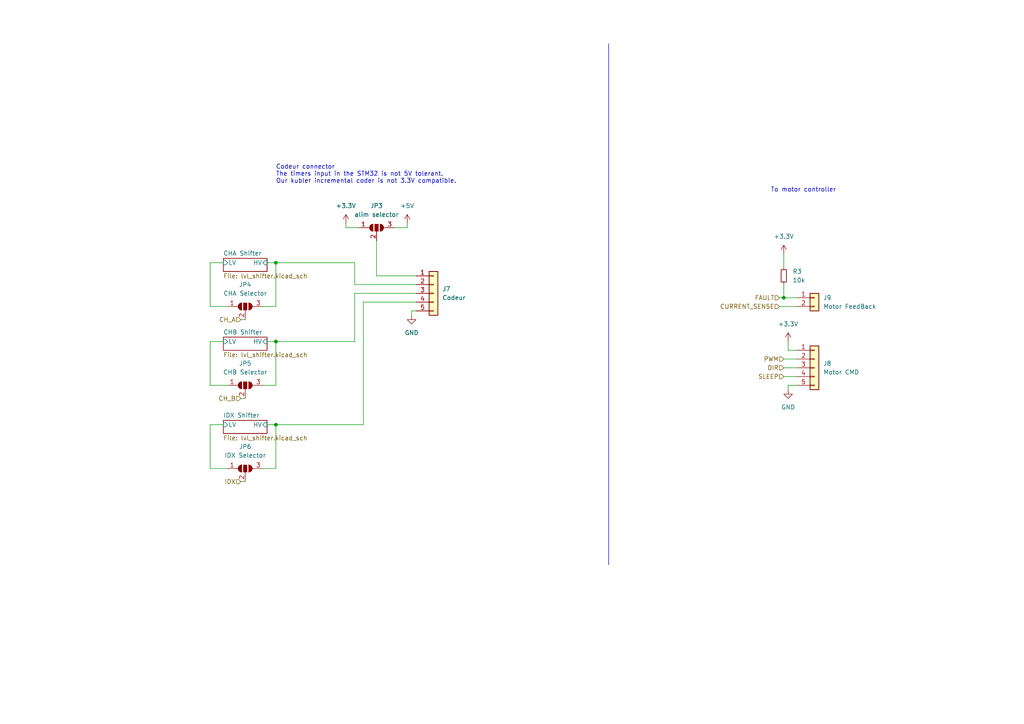
<source format=kicad_sch>
(kicad_sch (version 20230121) (generator eeschema)
  (paper "A4")
  (lib_symbols
    (symbol "Connector_Generic:Conn_01x02" (pin_names (offset 1.016) hide)
      (property "Reference" "J" (at 0 2.54 0))
      (property "Value" "Conn_01x02" (at 0 -5.08 0))
      (symbol "Conn_01x02_1_1"
        (rectangle (start -1.27 -2.413) (end 0 -2.667) (stroke (width 0.1524)))
        (rectangle (start -1.27 0.127) (end 0 -0.127) (stroke (width 0.1524)))
        (rectangle (start -1.27 1.27) (end 1.27 -3.81) (stroke (width 0.254)) (fill (type background)))
        (pin passive line (at -5.08 0 0) (length 3.81) (name "Pin_1") (number "1"))
        (pin passive line (at -5.08 -2.54 0) (length 3.81) (name "Pin_2") (number "2"))
      )
    )
    (symbol "Connector_Generic:Conn_01x05" (pin_names (offset 1.016) hide)
      (property "Reference" "J" (at 0 7.62 0))
      (property "Value" "Conn_01x05" (at 0 -7.62 0))
      (symbol "Conn_01x05_1_1"
        (rectangle (start -1.27 -4.953) (end 0 -5.207) (stroke (width 0.1524)))
        (rectangle (start -1.27 -2.413) (end 0 -2.667) (stroke (width 0.1524)))
        (rectangle (start -1.27 0.127) (end 0 -0.127) (stroke (width 0.1524)))
        (rectangle (start -1.27 2.667) (end 0 2.413) (stroke (width 0.1524)))
        (rectangle (start -1.27 5.207) (end 0 4.953) (stroke (width 0.1524)))
        (rectangle (start -1.27 6.35) (end 1.27 -6.35) (stroke (width 0.254)) (fill (type background)))
        (pin passive line (at -5.08 5.08 0) (length 3.81) (name "Pin_1") (number "1"))
        (pin passive line (at -5.08 2.54 0) (length 3.81) (name "Pin_2") (number "2"))
        (pin passive line (at -5.08 0 0) (length 3.81) (name "Pin_3") (number "3"))
        (pin passive line (at -5.08 -2.54 0) (length 3.81) (name "Pin_4") (number "4"))
        (pin passive line (at -5.08 -5.08 0) (length 3.81) (name "Pin_5") (number "5"))
      )
    )
    (symbol "Device:R_Small" (pin_numbers hide) (pin_names (offset 0.254) hide)
      (property "Reference" "R" (at 0.762 0.508 0))
      (property "Value" "R_Small" (at 0.762 -1.016 0))
      (symbol "R_Small_0_1"
        (rectangle (start -0.762 1.778) (end 0.762 -1.778) (stroke (width 0.2032)))
      )
      (symbol "R_Small_1_1"
        (pin passive line (at 0 2.54 270) (length 0.762) (name "~") (number "1"))
        (pin passive line (at 0 -2.54 90) (length 0.762) (name "~") (number "2"))
      )
    )
    (symbol "Jumper:SolderJumper_3_Open" (pin_names (offset 0) hide)
      (property "Reference" "JP" (at -2.54 -2.54 0))
      (property "Value" "SolderJumper_3_Open" (at 0 2.794 0))
      (symbol "SolderJumper_3_Open_0_1"
        (arc (start -1.016 1.016) (mid -2.0276 0) (end -1.016 -1.016))
        (arc (start -1.016 1.016) (mid -2.0276 0) (end -1.016 -1.016) (fill (type outline)))
        (rectangle (start -0.508 1.016) (end 0.508 -1.016) (fill (type outline)))
        (polyline (pts (xy -2.54 0) (xy -2.032 0)))
        (polyline (pts (xy -1.016 1.016) (xy -1.016 -1.016)))
        (polyline (pts (xy 0 -1.27) (xy 0 -1.016)))
        (polyline (pts (xy 1.016 1.016) (xy 1.016 -1.016)))
        (polyline (pts (xy 2.54 0) (xy 2.032 0)))
        (arc (start 1.016 -1.016) (mid 2.0276 0) (end 1.016 1.016))
        (arc (start 1.016 -1.016) (mid 2.0276 0) (end 1.016 1.016) (fill (type outline)))
      )
      (symbol "SolderJumper_3_Open_1_1"
        (pin passive line (at -5.08 0 0) (length 2.54) (name "A") (number "1"))
        (pin passive line (at 0 -3.81 90) (length 2.54) (name "C") (number "2"))
        (pin passive line (at 5.08 0 180) (length 2.54) (name "B") (number "3"))
      )
    )
    (symbol "power:+3.3V" (power) (pin_names (offset 0))
      (property "Value" "+3.3V" (at 0 3.556 0))
      (symbol "+3.3V_0_1"
        (polyline (pts (xy -0.762 1.27) (xy 0 2.54)))
        (polyline (pts (xy 0 0) (xy 0 2.54)))
        (polyline (pts (xy 0 2.54) (xy 0.762 1.27)))
      )
      (symbol "+3.3V_1_1"
        (pin power_in line (at 0 0 90) (length 0) hide (name "+3.3V") (number "1"))
      )
    )
    (symbol "power:+5V" (power) (pin_names (offset 0))
      (property "Value" "+5V" (at 0 3.556 0))
      (symbol "+5V_0_1"
        (polyline (pts (xy -0.762 1.27) (xy 0 2.54)))
        (polyline (pts (xy 0 0) (xy 0 2.54)))
        (polyline (pts (xy 0 2.54) (xy 0.762 1.27)))
      )
      (symbol "+5V_1_1"
        (pin power_in line (at 0 0 90) (length 0) hide (name "+5V") (number "1"))
      )
    )
    (symbol "power:GND" (power) (pin_names (offset 0))
      (property "Value" "GND" (at 0 -3.81 0))
      (symbol "GND_0_1"
        (polyline (pts (xy 0 0) (xy 0 -1.27) (xy 1.27 -1.27) (xy 0 -2.54) (xy -1.27 -1.27) (xy 0 -1.27)))
      )
      (symbol "GND_1_1"
        (pin power_in line (at 0 0 270) (length 0) hide (name "GND") (number "1"))
      )
    )
  )
  (junction (at 80.01 76.2))
  (junction (at 80.01 123.19))
  (junction (at 80.01 99.06))
  (junction (at 227.33 86.36))
  (wire (pts (xy 80.01 135.89) (xy 80.01 123.19)))
  (wire (pts (xy 60.96 76.2) (xy 60.96 88.9)))
  (wire (pts (xy 109.22 69.85) (xy 109.22 80.01)))
  (wire (pts (xy 102.87 76.2) (xy 80.01 76.2)))
  (wire (pts (xy 226.06 88.9) (xy 231.14 88.9)))
  (wire (pts (xy 60.96 111.76) (xy 66.04 111.76)))
  (wire (pts (xy 227.33 82.55) (xy 227.33 86.36)))
  (wire (pts (xy 66.04 135.89) (xy 60.96 135.89)))
  (wire (pts (xy 60.96 135.89) (xy 60.96 123.19)))
  (wire (pts (xy 105.41 87.63) (xy 120.65 87.63)))
  (wire (pts (xy 100.33 64.77) (xy 100.33 66.04)))
  (wire (pts (xy 102.87 85.09) (xy 102.87 99.06)))
  (wire (pts (xy 60.96 88.9) (xy 66.04 88.9)))
  (wire (pts (xy 118.11 66.04) (xy 118.11 64.77)))
  (wire (pts (xy 80.01 99.06) (xy 80.01 111.76)))
  (wire (pts (xy 80.01 76.2) (xy 80.01 88.9)))
  (wire (pts (xy 64.77 99.06) (xy 60.96 99.06)))
  (wire (pts (xy 102.87 82.55) (xy 102.87 76.2)))
  (wire (pts (xy 76.2 135.89) (xy 80.01 135.89)))
  (wire (pts (xy 60.96 99.06) (xy 60.96 111.76)))
  (wire (pts (xy 227.33 86.36) (xy 231.14 86.36)))
  (wire (pts (xy 102.87 99.06) (xy 80.01 99.06)))
  (wire (pts (xy 69.85 115.57) (xy 71.12 115.57)))
  (wire (pts (xy 114.3 66.04) (xy 118.11 66.04)))
  (wire (pts (xy 119.38 90.17) (xy 119.38 91.44)))
  (wire (pts (xy 69.85 139.7) (xy 71.12 139.7)))
  (wire (pts (xy 227.33 104.14) (xy 231.14 104.14)))
  (polyline (pts (xy 176.53 12.7) (xy 176.53 163.83)))
  (wire (pts (xy 100.33 66.04) (xy 104.14 66.04)))
  (wire (pts (xy 80.01 123.19) (xy 105.41 123.19)))
  (wire (pts (xy 227.33 106.68) (xy 231.14 106.68)))
  (wire (pts (xy 120.65 90.17) (xy 119.38 90.17)))
  (wire (pts (xy 231.14 101.6) (xy 228.6 101.6)))
  (wire (pts (xy 228.6 101.6) (xy 228.6 99.06)))
  (wire (pts (xy 64.77 76.2) (xy 60.96 76.2)))
  (wire (pts (xy 60.96 123.19) (xy 64.77 123.19)))
  (wire (pts (xy 109.22 80.01) (xy 120.65 80.01)))
  (wire (pts (xy 76.2 88.9) (xy 80.01 88.9)))
  (wire (pts (xy 77.47 99.06) (xy 80.01 99.06)))
  (wire (pts (xy 227.33 109.22) (xy 231.14 109.22)))
  (wire (pts (xy 120.65 82.55) (xy 102.87 82.55)))
  (wire (pts (xy 226.06 86.36) (xy 227.33 86.36)))
  (wire (pts (xy 69.85 92.71) (xy 71.12 92.71)))
  (wire (pts (xy 227.33 73.66) (xy 227.33 77.47)))
  (wire (pts (xy 228.6 111.76) (xy 228.6 113.03)))
  (wire (pts (xy 80.01 76.2) (xy 77.47 76.2)))
  (wire (pts (xy 231.14 111.76) (xy 228.6 111.76)))
  (wire (pts (xy 105.41 123.19) (xy 105.41 87.63)))
  (wire (pts (xy 76.2 111.76) (xy 80.01 111.76)))
  (wire (pts (xy 120.65 85.09) (xy 102.87 85.09)))
  (wire (pts (xy 77.47 123.19) (xy 80.01 123.19)))
  (text "Codeur connector\nThe timers input in the STM32 is not 5V tolerant.\nOur kubler incremental coder is not 3.3V compatible." (at 80.01 53.34 0) (effects (font (size 1.27 1.27)) (justify left bottom)))
  (text "To motor controller" (at 223.52 55.88 0) (effects (font (size 1.27 1.27)) (justify left bottom)))
  (hierarchical_label "SLEEP" (shape input) (at 227.33 109.22 180))
  (hierarchical_label "PWM" (shape input) (at 227.33 104.14 180))
  (hierarchical_label "CURRENT_SENSE" (shape input) (at 226.06 88.9 180))
  (hierarchical_label "CH_A" (shape input) (at 69.85 92.71 180))
  (hierarchical_label "DIR" (shape input) (at 227.33 106.68 180))
  (hierarchical_label "FAULT" (shape input) (at 226.06 86.36 180))
  (hierarchical_label "IDX" (shape input) (at 69.85 139.7 180))
  (hierarchical_label "CH_B" (shape input) (at 69.85 115.57 180))
  (symbol (lib_id "Jumper:SolderJumper_3_Open") (at 71.12 88.9 0) (unit 1)
    (property "Reference" "JP4" (at 71.12 82.55 0))
    (property "Value" "CHA Selector" (at 71.12 85.09 0))
    (property "Footprint" "Jumper:SolderJumper-3_P1.3mm_Open_RoundedPad1.0x1.5mm" (effects hide))
    (property "JLCPCB BOM" "0" (effects hide))
    (instances (project "ControlleursAsserv" (path "" (reference "JP4") (unit 1)) (path "" (reference "JP7") (unit 1)) (path "" (reference "JP11") (unit 1)) (path "" (reference "JP15") (unit 1))))
  )
  (symbol (lib_id "Jumper:SolderJumper_3_Open") (at 71.12 111.76 0) (unit 1)
    (property "Reference" "JP5" (at 71.12 105.41 0))
    (property "Value" "CHB Selector" (at 71.12 107.95 0))
    (property "Footprint" "Jumper:SolderJumper-3_P1.3mm_Open_RoundedPad1.0x1.5mm" (effects hide))
    (property "JLCPCB BOM" "0" (effects hide))
    (instances (project "ControlleursAsserv" (path "" (reference "JP5") (unit 1)) (path "" (reference "JP8") (unit 1)) (path "" (reference "JP12") (unit 1)) (path "" (reference "JP16") (unit 1))))
  )
  (symbol (lib_id "power:GND") (at 228.6 113.03 0) (unit 1)
    (property "Reference" "#PWR055" (effects hide))
    (property "Value" "GND" (at 228.6 118.11 0))
    (instances (project "ControlleursAsserv" (path "" (reference "#PWR055") (unit 1)) (path "" (reference "#PWR062") (unit 1)) (path "" (reference "#PWR074") (unit 1)) (path "" (reference "#PWR086") (unit 1))))
  )
  (symbol (lib_id "Connector_Generic:Conn_01x05") (at 236.22 106.68 0) (unit 1)
    (property "Reference" "J8" (at 238.76 105.41 0) (effects (justify left)))
    (property "Value" "Motor CMD" (at 238.76 107.95 0) (effects (justify left)))
    (property "Footprint" "Connector_JST:JST_EH_S5B-EH_1x05_P2.50mm_Horizontal" (effects hide))
    (property "JLCPCB BOM" "0" (effects hide))
    (instances (project "ControlleursAsserv" (path "" (reference "J8") (unit 1)) (path "" (reference "J12") (unit 1)) (path "" (reference "J15") (unit 1)) (path "" (reference "J18") (unit 1))))
  )
  (symbol (lib_id "Device:R_Small") (at 227.33 80.01 0) (unit 1)
    (property "Reference" "R3" (at 229.87 78.74 0) (effects (justify left)))
    (property "Value" "10k" (at 229.87 81.28 0) (effects (justify left)))
    (property "Footprint" "Resistor_SMD:R_0805_2012Metric_Pad1.20x1.40mm_HandSolder" (effects hide))
    (property "LCSC Part" "C17414" (effects hide))
    (instances (project "ControlleursAsserv" (path "" (reference "R3") (unit 1)) (path "" (reference "R5") (unit 1)) (path "" (reference "R3") (unit 1)) (path "" (reference "R12") (unit 1)) (path "" (reference "R14") (unit 1)) (path "" (reference "R15") (unit 1)) (path "" (reference "R16") (unit 1)) (path "" (reference "R23") (unit 1)) (path "" (reference "R30") (unit 1))))
  )
  (symbol (lib_id "Jumper:SolderJumper_3_Open") (at 109.22 66.04 0) (unit 1)
    (property "Reference" "JP3" (at 109.22 59.69 0))
    (property "Value" "alim selector" (at 109.22 62.23 0))
    (property "Footprint" "Jumper:SolderJumper-3_P1.3mm_Open_RoundedPad1.0x1.5mm" (effects hide))
    (property "JLCPCB BOM" "0" (effects hide))
    (instances (project "ControlleursAsserv" (path "" (reference "JP3") (unit 1)) (path "" (reference "JP10") (unit 1)) (path "" (reference "JP14") (unit 1)) (path "" (reference "JP18") (unit 1))))
  )
  (symbol (lib_id "power:GND") (at 119.38 91.44 0) (unit 1)
    (property "Reference" "#PWR048" (effects hide))
    (property "Value" "GND" (at 119.38 96.52 0))
    (instances (project "ControlleursAsserv" (path "" (reference "#PWR048") (unit 1)) (path "" (reference "#PWR059") (unit 1)) (path "" (reference "#PWR071") (unit 1)) (path "" (reference "#PWR083") (unit 1))))
  )
  (symbol (lib_id "Jumper:SolderJumper_3_Open") (at 71.12 135.89 0) (unit 1)
    (property "Reference" "JP6" (at 71.12 129.54 0))
    (property "Value" "IDX Selector" (at 71.12 132.08 0))
    (property "Footprint" "Jumper:SolderJumper-3_P1.3mm_Open_RoundedPad1.0x1.5mm" (effects hide))
    (property "JLCPCB BOM" "0" (effects hide))
    (instances (project "ControlleursAsserv" (path "" (reference "JP6") (unit 1)) (path "" (reference "JP9") (unit 1)) (path "" (reference "JP13") (unit 1)) (path "" (reference "JP17") (unit 1))))
  )
  (symbol (lib_id "power:+5V") (at 118.11 64.77 0) (unit 1)
    (property "Reference" "#PWR049" (effects hide))
    (property "Value" "+5V" (at 118.11 59.69 0))
    (instances (project "ControlleursAsserv" (path "" (reference "#PWR049") (unit 1)) (path "" (reference "#PWR058") (unit 1)) (path "" (reference "#PWR070") (unit 1)) (path "" (reference "#PWR082") (unit 1))))
  )
  (symbol (lib_id "power:+3.3V") (at 228.6 99.06 0) (unit 1)
    (property "Reference" "#PWR05" (effects hide))
    (property "Value" "+3.3V" (at 228.6 93.98 0))
    (instances (project "ControlleursAsserv" (path "" (reference "#PWR05") (unit 1)) (path "" (reference "#PWR01") (unit 1)) (path "" (reference "#PWR054") (unit 1)) (path "" (reference "#PWR056") (unit 1)) (path "" (reference "#PWR057") (unit 1))))
  )
  (symbol (lib_id "power:+3.3V") (at 227.33 73.66 0) (unit 1)
    (property "Reference" "#PWR05" (effects hide))
    (property "Value" "+3.3V" (at 227.33 68.58 0))
    (instances (project "ControlleursAsserv" (path "" (reference "#PWR05") (unit 1)) (path "" (reference "#PWR093") (unit 1)) (path "" (reference "#PWR094") (unit 1)) (path "" (reference "#PWR095") (unit 1)) (path "" (reference "#PWR096") (unit 1))))
  )
  (symbol (lib_id "power:+3.3V") (at 100.33 64.77 0) (unit 1)
    (property "Reference" "#PWR05" (effects hide))
    (property "Value" "+3.3V" (at 100.33 59.69 0))
    (instances (project "ControlleursAsserv" (path "" (reference "#PWR05") (unit 1)) (path "" (reference "#PWR060") (unit 1)) (path "" (reference "#PWR061") (unit 1)) (path "" (reference "#PWR069") (unit 1)) (path "" (reference "#PWR072") (unit 1))))
  )
  (symbol (lib_id "Connector_Generic:Conn_01x02") (at 236.22 86.36 0) (unit 1)
    (property "Reference" "J9" (at 238.76 86.36 0) (effects (justify left)))
    (property "Value" "Motor FeedBack" (at 238.76 88.9 0) (effects (justify left)))
    (property "Footprint" "Connector_JST:JST_EH_S2B-EH_1x02_P2.50mm_Horizontal" (effects hide))
    (property "JLCPCB BOM" "0" (effects hide))
    (instances (project "ControlleursAsserv" (path "" (reference "J9") (unit 1)) (path "" (reference "J11") (unit 1)) (path "" (reference "J14") (unit 1)) (path "" (reference "J17") (unit 1))))
  )
  (symbol (lib_id "Connector_Generic:Conn_01x05") (at 125.73 85.09 0) (unit 1)
    (property "Reference" "J7" (at 128.27 83.82 0) (effects (justify left)))
    (property "Value" "Codeur" (at 128.27 86.36 0) (effects (justify left)))
    (property "Footprint" "Connector_JST:JST_EH_S5B-EH_1x05_P2.50mm_Horizontal" (effects hide))
    (property "JLCPCB BOM" "0" (effects hide))
    (instances (project "ControlleursAsserv" (path "" (reference "J7") (unit 1)) (path "" (reference "J10") (unit 1)) (path "" (reference "J13") (unit 1)) (path "" (reference "J16") (unit 1))))
  )
  (sheet (at 64.77 74.93) (size 12.7 3.81) (stroke (width 0.1524))
    (property "Sheetname" "CHA Shifter" (at 64.77 74.2184 0) (effects (justify left bottom)))
    (property "Sheetfile" "lvl_shifter.kicad_sch" (at 64.77 79.3246 0) (effects (justify left top)))
    (pin "HV" input (at 77.47 76.2 0))
    (pin "LV" input (at 64.77 76.2 180))
  )
  (sheet (at 64.77 121.92) (size 12.7 3.81) (stroke (width 0.1524))
    (property "Sheetname" "IDX Shifter" (at 64.77 121.2084 0) (effects (justify left bottom)))
    (property "Sheetfile" "lvl_shifter.kicad_sch" (at 64.77 126.3146 0) (effects (justify left top)))
    (pin "HV" input (at 77.47 123.19 0))
    (pin "LV" input (at 64.77 123.19 180))
  )
  (sheet (at 64.77 97.79) (size 12.7 3.81) (stroke (width 0.1524))
    (property "Sheetname" "CHB Shifter" (at 64.77 97.0784 0) (effects (justify left bottom)))
    (property "Sheetfile" "lvl_shifter.kicad_sch" (at 64.77 102.1846 0) (effects (justify left top)))
    (pin "HV" input (at 77.47 99.06 0))
    (pin "LV" input (at 64.77 99.06 180))
  )
)
</source>
